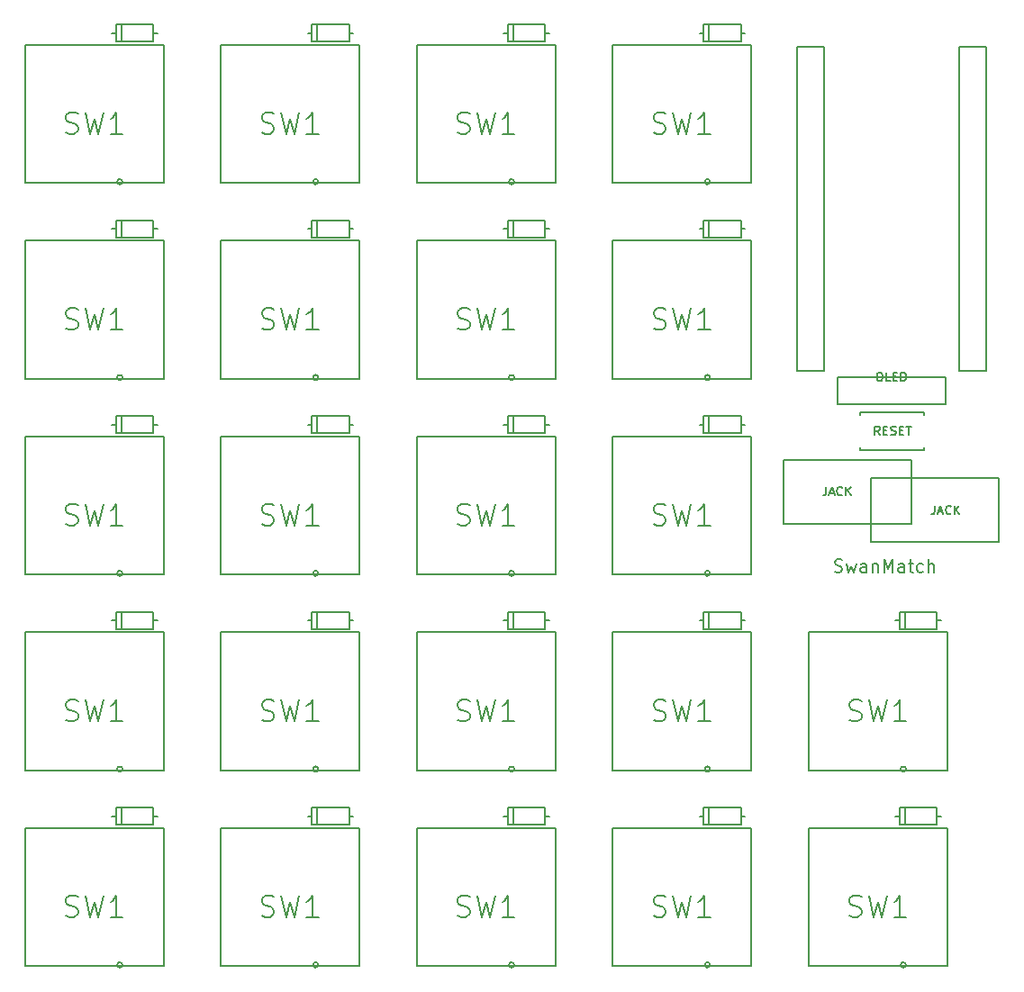
<source format=gto>
G04 #@! TF.FileFunction,Legend,Top*
%FSLAX46Y46*%
G04 Gerber Fmt 4.6, Leading zero omitted, Abs format (unit mm)*
G04 Created by KiCad (PCBNEW 4.0.7-e2-6376~61~ubuntu18.04.1) date Sat Jul 28 03:14:20 2018*
%MOMM*%
%LPD*%
G01*
G04 APERTURE LIST*
%ADD10C,0.150000*%
%ADD11C,0.200000*%
G04 APERTURE END LIST*
D10*
D11*
X160414286Y-97005714D02*
X160585715Y-97062857D01*
X160871429Y-97062857D01*
X160985715Y-97005714D01*
X161042858Y-96948571D01*
X161100001Y-96834286D01*
X161100001Y-96720000D01*
X161042858Y-96605714D01*
X160985715Y-96548571D01*
X160871429Y-96491429D01*
X160642858Y-96434286D01*
X160528572Y-96377143D01*
X160471429Y-96320000D01*
X160414286Y-96205714D01*
X160414286Y-96091429D01*
X160471429Y-95977143D01*
X160528572Y-95920000D01*
X160642858Y-95862857D01*
X160928572Y-95862857D01*
X161100001Y-95920000D01*
X161500001Y-96262857D02*
X161728572Y-97062857D01*
X161957143Y-96491429D01*
X162185715Y-97062857D01*
X162414286Y-96262857D01*
X163385715Y-97062857D02*
X163385715Y-96434286D01*
X163328572Y-96320000D01*
X163214286Y-96262857D01*
X162985715Y-96262857D01*
X162871429Y-96320000D01*
X163385715Y-97005714D02*
X163271429Y-97062857D01*
X162985715Y-97062857D01*
X162871429Y-97005714D01*
X162814286Y-96891429D01*
X162814286Y-96777143D01*
X162871429Y-96662857D01*
X162985715Y-96605714D01*
X163271429Y-96605714D01*
X163385715Y-96548571D01*
X163957143Y-96262857D02*
X163957143Y-97062857D01*
X163957143Y-96377143D02*
X164014286Y-96320000D01*
X164128572Y-96262857D01*
X164300000Y-96262857D01*
X164414286Y-96320000D01*
X164471429Y-96434286D01*
X164471429Y-97062857D01*
X165042857Y-97062857D02*
X165042857Y-95862857D01*
X165442857Y-96720000D01*
X165842857Y-95862857D01*
X165842857Y-97062857D01*
X166928572Y-97062857D02*
X166928572Y-96434286D01*
X166871429Y-96320000D01*
X166757143Y-96262857D01*
X166528572Y-96262857D01*
X166414286Y-96320000D01*
X166928572Y-97005714D02*
X166814286Y-97062857D01*
X166528572Y-97062857D01*
X166414286Y-97005714D01*
X166357143Y-96891429D01*
X166357143Y-96777143D01*
X166414286Y-96662857D01*
X166528572Y-96605714D01*
X166814286Y-96605714D01*
X166928572Y-96548571D01*
X167328572Y-96262857D02*
X167785715Y-96262857D01*
X167500000Y-95862857D02*
X167500000Y-96891429D01*
X167557143Y-97005714D01*
X167671429Y-97062857D01*
X167785715Y-97062857D01*
X168700000Y-97005714D02*
X168585714Y-97062857D01*
X168357143Y-97062857D01*
X168242857Y-97005714D01*
X168185714Y-96948571D01*
X168128571Y-96834286D01*
X168128571Y-96491429D01*
X168185714Y-96377143D01*
X168242857Y-96320000D01*
X168357143Y-96262857D01*
X168585714Y-96262857D01*
X168700000Y-96320000D01*
X169214285Y-97062857D02*
X169214285Y-95862857D01*
X169728571Y-97062857D02*
X169728571Y-96434286D01*
X169671428Y-96320000D01*
X169557142Y-96262857D01*
X169385714Y-96262857D01*
X169271428Y-96320000D01*
X169214285Y-96377143D01*
X170815000Y-78740000D02*
X160655000Y-78740000D01*
X170815000Y-81280000D02*
X170815000Y-78740000D01*
X160655000Y-81280000D02*
X170815000Y-81280000D01*
X160655000Y-78740000D02*
X160655000Y-81280000D01*
X169999200Y-119215000D02*
X169999200Y-120815000D01*
X166499200Y-119215000D02*
X169999200Y-119215000D01*
X166499200Y-120815000D02*
X166499200Y-119215000D01*
X169999200Y-120815000D02*
X166499200Y-120815000D01*
X166999840Y-120815000D02*
X166999840Y-119215000D01*
X169999200Y-120015000D02*
X170399200Y-120015000D01*
X166499200Y-120015000D02*
X166099200Y-120015000D01*
X169999200Y-100800000D02*
X169999200Y-102400000D01*
X166499200Y-100800000D02*
X169999200Y-100800000D01*
X166499200Y-102400000D02*
X166499200Y-100800000D01*
X169999200Y-102400000D02*
X166499200Y-102400000D01*
X166999840Y-102400000D02*
X166999840Y-100800000D01*
X169999200Y-101600000D02*
X170399200Y-101600000D01*
X166499200Y-101600000D02*
X166099200Y-101600000D01*
D10*
X167105000Y-115592500D02*
G75*
G03X167105000Y-115592500I-250000J0D01*
G01*
X157965000Y-102720000D02*
X170965000Y-102720000D01*
X170965000Y-102720000D02*
X170965000Y-115720000D01*
X170965000Y-115720000D02*
X157965000Y-115720000D01*
X157965000Y-115720000D02*
X157965000Y-102720000D01*
X167105000Y-134007500D02*
G75*
G03X167105000Y-134007500I-250000J0D01*
G01*
X157965000Y-121135000D02*
X170965000Y-121135000D01*
X170965000Y-121135000D02*
X170965000Y-134135000D01*
X170965000Y-134135000D02*
X157965000Y-134135000D01*
X157965000Y-134135000D02*
X157965000Y-121135000D01*
D11*
X151584200Y-119215000D02*
X151584200Y-120815000D01*
X148084200Y-119215000D02*
X151584200Y-119215000D01*
X148084200Y-120815000D02*
X148084200Y-119215000D01*
X151584200Y-120815000D02*
X148084200Y-120815000D01*
X148584840Y-120815000D02*
X148584840Y-119215000D01*
X151584200Y-120015000D02*
X151984200Y-120015000D01*
X148084200Y-120015000D02*
X147684200Y-120015000D01*
X133169200Y-119215000D02*
X133169200Y-120815000D01*
X129669200Y-119215000D02*
X133169200Y-119215000D01*
X129669200Y-120815000D02*
X129669200Y-119215000D01*
X133169200Y-120815000D02*
X129669200Y-120815000D01*
X130169840Y-120815000D02*
X130169840Y-119215000D01*
X133169200Y-120015000D02*
X133569200Y-120015000D01*
X129669200Y-120015000D02*
X129269200Y-120015000D01*
X114754200Y-119215000D02*
X114754200Y-120815000D01*
X111254200Y-119215000D02*
X114754200Y-119215000D01*
X111254200Y-120815000D02*
X111254200Y-119215000D01*
X114754200Y-120815000D02*
X111254200Y-120815000D01*
X111754840Y-120815000D02*
X111754840Y-119215000D01*
X114754200Y-120015000D02*
X115154200Y-120015000D01*
X111254200Y-120015000D02*
X110854200Y-120015000D01*
X96339200Y-119215000D02*
X96339200Y-120815000D01*
X92839200Y-119215000D02*
X96339200Y-119215000D01*
X92839200Y-120815000D02*
X92839200Y-119215000D01*
X96339200Y-120815000D02*
X92839200Y-120815000D01*
X93339840Y-120815000D02*
X93339840Y-119215000D01*
X96339200Y-120015000D02*
X96739200Y-120015000D01*
X92839200Y-120015000D02*
X92439200Y-120015000D01*
X151584200Y-100800000D02*
X151584200Y-102400000D01*
X148084200Y-100800000D02*
X151584200Y-100800000D01*
X148084200Y-102400000D02*
X148084200Y-100800000D01*
X151584200Y-102400000D02*
X148084200Y-102400000D01*
X148584840Y-102400000D02*
X148584840Y-100800000D01*
X151584200Y-101600000D02*
X151984200Y-101600000D01*
X148084200Y-101600000D02*
X147684200Y-101600000D01*
X133169200Y-100800000D02*
X133169200Y-102400000D01*
X129669200Y-100800000D02*
X133169200Y-100800000D01*
X129669200Y-102400000D02*
X129669200Y-100800000D01*
X133169200Y-102400000D02*
X129669200Y-102400000D01*
X130169840Y-102400000D02*
X130169840Y-100800000D01*
X133169200Y-101600000D02*
X133569200Y-101600000D01*
X129669200Y-101600000D02*
X129269200Y-101600000D01*
X114754200Y-100800000D02*
X114754200Y-102400000D01*
X111254200Y-100800000D02*
X114754200Y-100800000D01*
X111254200Y-102400000D02*
X111254200Y-100800000D01*
X114754200Y-102400000D02*
X111254200Y-102400000D01*
X111754840Y-102400000D02*
X111754840Y-100800000D01*
X114754200Y-101600000D02*
X115154200Y-101600000D01*
X111254200Y-101600000D02*
X110854200Y-101600000D01*
X96339200Y-100800000D02*
X96339200Y-102400000D01*
X92839200Y-100800000D02*
X96339200Y-100800000D01*
X92839200Y-102400000D02*
X92839200Y-100800000D01*
X96339200Y-102400000D02*
X92839200Y-102400000D01*
X93339840Y-102400000D02*
X93339840Y-100800000D01*
X96339200Y-101600000D02*
X96739200Y-101600000D01*
X92839200Y-101600000D02*
X92439200Y-101600000D01*
X151584200Y-82385000D02*
X151584200Y-83985000D01*
X148084200Y-82385000D02*
X151584200Y-82385000D01*
X148084200Y-83985000D02*
X148084200Y-82385000D01*
X151584200Y-83985000D02*
X148084200Y-83985000D01*
X148584840Y-83985000D02*
X148584840Y-82385000D01*
X151584200Y-83185000D02*
X151984200Y-83185000D01*
X148084200Y-83185000D02*
X147684200Y-83185000D01*
X133169200Y-82385000D02*
X133169200Y-83985000D01*
X129669200Y-82385000D02*
X133169200Y-82385000D01*
X129669200Y-83985000D02*
X129669200Y-82385000D01*
X133169200Y-83985000D02*
X129669200Y-83985000D01*
X130169840Y-83985000D02*
X130169840Y-82385000D01*
X133169200Y-83185000D02*
X133569200Y-83185000D01*
X129669200Y-83185000D02*
X129269200Y-83185000D01*
X114754200Y-82385000D02*
X114754200Y-83985000D01*
X111254200Y-82385000D02*
X114754200Y-82385000D01*
X111254200Y-83985000D02*
X111254200Y-82385000D01*
X114754200Y-83985000D02*
X111254200Y-83985000D01*
X111754840Y-83985000D02*
X111754840Y-82385000D01*
X114754200Y-83185000D02*
X115154200Y-83185000D01*
X111254200Y-83185000D02*
X110854200Y-83185000D01*
X96339200Y-82385000D02*
X96339200Y-83985000D01*
X92839200Y-82385000D02*
X96339200Y-82385000D01*
X92839200Y-83985000D02*
X92839200Y-82385000D01*
X96339200Y-83985000D02*
X92839200Y-83985000D01*
X93339840Y-83985000D02*
X93339840Y-82385000D01*
X96339200Y-83185000D02*
X96739200Y-83185000D01*
X92839200Y-83185000D02*
X92439200Y-83185000D01*
X151584200Y-63970000D02*
X151584200Y-65570000D01*
X148084200Y-63970000D02*
X151584200Y-63970000D01*
X148084200Y-65570000D02*
X148084200Y-63970000D01*
X151584200Y-65570000D02*
X148084200Y-65570000D01*
X148584840Y-65570000D02*
X148584840Y-63970000D01*
X151584200Y-64770000D02*
X151984200Y-64770000D01*
X148084200Y-64770000D02*
X147684200Y-64770000D01*
X133169200Y-63970000D02*
X133169200Y-65570000D01*
X129669200Y-63970000D02*
X133169200Y-63970000D01*
X129669200Y-65570000D02*
X129669200Y-63970000D01*
X133169200Y-65570000D02*
X129669200Y-65570000D01*
X130169840Y-65570000D02*
X130169840Y-63970000D01*
X133169200Y-64770000D02*
X133569200Y-64770000D01*
X129669200Y-64770000D02*
X129269200Y-64770000D01*
X114754200Y-63970000D02*
X114754200Y-65570000D01*
X111254200Y-63970000D02*
X114754200Y-63970000D01*
X111254200Y-65570000D02*
X111254200Y-63970000D01*
X114754200Y-65570000D02*
X111254200Y-65570000D01*
X111754840Y-65570000D02*
X111754840Y-63970000D01*
X114754200Y-64770000D02*
X115154200Y-64770000D01*
X111254200Y-64770000D02*
X110854200Y-64770000D01*
X96339200Y-63970000D02*
X96339200Y-65570000D01*
X92839200Y-63970000D02*
X96339200Y-63970000D01*
X92839200Y-65570000D02*
X92839200Y-63970000D01*
X96339200Y-65570000D02*
X92839200Y-65570000D01*
X93339840Y-65570000D02*
X93339840Y-63970000D01*
X96339200Y-64770000D02*
X96739200Y-64770000D01*
X92839200Y-64770000D02*
X92439200Y-64770000D01*
X151584200Y-45555000D02*
X151584200Y-47155000D01*
X148084200Y-45555000D02*
X151584200Y-45555000D01*
X148084200Y-47155000D02*
X148084200Y-45555000D01*
X151584200Y-47155000D02*
X148084200Y-47155000D01*
X148584840Y-47155000D02*
X148584840Y-45555000D01*
X151584200Y-46355000D02*
X151984200Y-46355000D01*
X148084200Y-46355000D02*
X147684200Y-46355000D01*
X133169200Y-45555000D02*
X133169200Y-47155000D01*
X129669200Y-45555000D02*
X133169200Y-45555000D01*
X129669200Y-47155000D02*
X129669200Y-45555000D01*
X133169200Y-47155000D02*
X129669200Y-47155000D01*
X130169840Y-47155000D02*
X130169840Y-45555000D01*
X133169200Y-46355000D02*
X133569200Y-46355000D01*
X129669200Y-46355000D02*
X129269200Y-46355000D01*
X114754200Y-45555000D02*
X114754200Y-47155000D01*
X111254200Y-45555000D02*
X114754200Y-45555000D01*
X111254200Y-47155000D02*
X111254200Y-45555000D01*
X114754200Y-47155000D02*
X111254200Y-47155000D01*
X111754840Y-47155000D02*
X111754840Y-45555000D01*
X114754200Y-46355000D02*
X115154200Y-46355000D01*
X111254200Y-46355000D02*
X110854200Y-46355000D01*
D10*
X148690000Y-134007500D02*
G75*
G03X148690000Y-134007500I-250000J0D01*
G01*
X130275000Y-134007500D02*
G75*
G03X130275000Y-134007500I-250000J0D01*
G01*
X111860000Y-134007500D02*
G75*
G03X111860000Y-134007500I-250000J0D01*
G01*
X93445000Y-134007500D02*
G75*
G03X93445000Y-134007500I-250000J0D01*
G01*
X148690000Y-115592500D02*
G75*
G03X148690000Y-115592500I-250000J0D01*
G01*
X130275000Y-115592500D02*
G75*
G03X130275000Y-115592500I-250000J0D01*
G01*
X111860000Y-115592500D02*
G75*
G03X111860000Y-115592500I-250000J0D01*
G01*
X93445000Y-115592500D02*
G75*
G03X93445000Y-115592500I-250000J0D01*
G01*
X148690000Y-97177500D02*
G75*
G03X148690000Y-97177500I-250000J0D01*
G01*
X130275000Y-97177500D02*
G75*
G03X130275000Y-97177500I-250000J0D01*
G01*
X111860000Y-97177500D02*
G75*
G03X111860000Y-97177500I-250000J0D01*
G01*
X93445000Y-97177500D02*
G75*
G03X93445000Y-97177500I-250000J0D01*
G01*
X148690000Y-78762500D02*
G75*
G03X148690000Y-78762500I-250000J0D01*
G01*
X130275000Y-78762500D02*
G75*
G03X130275000Y-78762500I-250000J0D01*
G01*
X111860000Y-78762500D02*
G75*
G03X111860000Y-78762500I-250000J0D01*
G01*
X93445000Y-78762500D02*
G75*
G03X93445000Y-78762500I-250000J0D01*
G01*
X148690000Y-60347500D02*
G75*
G03X148690000Y-60347500I-250000J0D01*
G01*
X130275000Y-60347500D02*
G75*
G03X130275000Y-60347500I-250000J0D01*
G01*
X111860000Y-60347500D02*
G75*
G03X111860000Y-60347500I-250000J0D01*
G01*
X139550000Y-121135000D02*
X152550000Y-121135000D01*
X152550000Y-121135000D02*
X152550000Y-134135000D01*
X152550000Y-134135000D02*
X139550000Y-134135000D01*
X139550000Y-134135000D02*
X139550000Y-121135000D01*
X121135000Y-121135000D02*
X134135000Y-121135000D01*
X134135000Y-121135000D02*
X134135000Y-134135000D01*
X134135000Y-134135000D02*
X121135000Y-134135000D01*
X121135000Y-134135000D02*
X121135000Y-121135000D01*
X102720000Y-121135000D02*
X115720000Y-121135000D01*
X115720000Y-121135000D02*
X115720000Y-134135000D01*
X115720000Y-134135000D02*
X102720000Y-134135000D01*
X102720000Y-134135000D02*
X102720000Y-121135000D01*
X84305000Y-121135000D02*
X97305000Y-121135000D01*
X97305000Y-121135000D02*
X97305000Y-134135000D01*
X97305000Y-134135000D02*
X84305000Y-134135000D01*
X84305000Y-134135000D02*
X84305000Y-121135000D01*
X139550000Y-102720000D02*
X152550000Y-102720000D01*
X152550000Y-102720000D02*
X152550000Y-115720000D01*
X152550000Y-115720000D02*
X139550000Y-115720000D01*
X139550000Y-115720000D02*
X139550000Y-102720000D01*
X121135000Y-102720000D02*
X134135000Y-102720000D01*
X134135000Y-102720000D02*
X134135000Y-115720000D01*
X134135000Y-115720000D02*
X121135000Y-115720000D01*
X121135000Y-115720000D02*
X121135000Y-102720000D01*
X102720000Y-102720000D02*
X115720000Y-102720000D01*
X115720000Y-102720000D02*
X115720000Y-115720000D01*
X115720000Y-115720000D02*
X102720000Y-115720000D01*
X102720000Y-115720000D02*
X102720000Y-102720000D01*
X84305000Y-102720000D02*
X97305000Y-102720000D01*
X97305000Y-102720000D02*
X97305000Y-115720000D01*
X97305000Y-115720000D02*
X84305000Y-115720000D01*
X84305000Y-115720000D02*
X84305000Y-102720000D01*
X139550000Y-84305000D02*
X152550000Y-84305000D01*
X152550000Y-84305000D02*
X152550000Y-97305000D01*
X152550000Y-97305000D02*
X139550000Y-97305000D01*
X139550000Y-97305000D02*
X139550000Y-84305000D01*
X121135000Y-84305000D02*
X134135000Y-84305000D01*
X134135000Y-84305000D02*
X134135000Y-97305000D01*
X134135000Y-97305000D02*
X121135000Y-97305000D01*
X121135000Y-97305000D02*
X121135000Y-84305000D01*
X102720000Y-84305000D02*
X115720000Y-84305000D01*
X115720000Y-84305000D02*
X115720000Y-97305000D01*
X115720000Y-97305000D02*
X102720000Y-97305000D01*
X102720000Y-97305000D02*
X102720000Y-84305000D01*
X84305000Y-84305000D02*
X97305000Y-84305000D01*
X97305000Y-84305000D02*
X97305000Y-97305000D01*
X97305000Y-97305000D02*
X84305000Y-97305000D01*
X84305000Y-97305000D02*
X84305000Y-84305000D01*
X139550000Y-65890000D02*
X152550000Y-65890000D01*
X152550000Y-65890000D02*
X152550000Y-78890000D01*
X152550000Y-78890000D02*
X139550000Y-78890000D01*
X139550000Y-78890000D02*
X139550000Y-65890000D01*
X121135000Y-65890000D02*
X134135000Y-65890000D01*
X134135000Y-65890000D02*
X134135000Y-78890000D01*
X134135000Y-78890000D02*
X121135000Y-78890000D01*
X121135000Y-78890000D02*
X121135000Y-65890000D01*
X102720000Y-65890000D02*
X115720000Y-65890000D01*
X115720000Y-65890000D02*
X115720000Y-78890000D01*
X115720000Y-78890000D02*
X102720000Y-78890000D01*
X102720000Y-78890000D02*
X102720000Y-65890000D01*
X84305000Y-65890000D02*
X97305000Y-65890000D01*
X97305000Y-65890000D02*
X97305000Y-78890000D01*
X97305000Y-78890000D02*
X84305000Y-78890000D01*
X84305000Y-78890000D02*
X84305000Y-65890000D01*
X139550000Y-47475000D02*
X152550000Y-47475000D01*
X152550000Y-47475000D02*
X152550000Y-60475000D01*
X152550000Y-60475000D02*
X139550000Y-60475000D01*
X139550000Y-60475000D02*
X139550000Y-47475000D01*
X121135000Y-47475000D02*
X134135000Y-47475000D01*
X134135000Y-47475000D02*
X134135000Y-60475000D01*
X134135000Y-60475000D02*
X121135000Y-60475000D01*
X121135000Y-60475000D02*
X121135000Y-47475000D01*
X102720000Y-47475000D02*
X115720000Y-47475000D01*
X115720000Y-47475000D02*
X115720000Y-60475000D01*
X115720000Y-60475000D02*
X102720000Y-60475000D01*
X102720000Y-60475000D02*
X102720000Y-47475000D01*
X155625000Y-92495000D02*
X155625000Y-86495000D01*
X155625000Y-86495000D02*
X167625000Y-86495000D01*
X167625000Y-86495000D02*
X167625000Y-92495000D01*
X167625000Y-92495000D02*
X155625000Y-92495000D01*
X160655000Y-81280000D02*
X170815000Y-81280000D01*
X160655000Y-78740000D02*
X170815000Y-78740000D01*
X170815000Y-78740000D02*
X170815000Y-81280000D01*
X160655000Y-81280000D02*
X160655000Y-78740000D01*
X159385000Y-47625000D02*
X156845000Y-47625000D01*
X156845000Y-47625000D02*
X156845000Y-78105000D01*
X156845000Y-78105000D02*
X159385000Y-78105000D01*
X159385000Y-78105000D02*
X159385000Y-47625000D01*
X174625000Y-47625000D02*
X172085000Y-47625000D01*
X172085000Y-47625000D02*
X172085000Y-78105000D01*
X172085000Y-78105000D02*
X174625000Y-78105000D01*
X174625000Y-78105000D02*
X174625000Y-47625000D01*
X175845000Y-88245000D02*
X175845000Y-94245000D01*
X175845000Y-94245000D02*
X163845000Y-94245000D01*
X163845000Y-94245000D02*
X163845000Y-88245000D01*
X163845000Y-88245000D02*
X175845000Y-88245000D01*
X162810000Y-85570000D02*
X168810000Y-85570000D01*
X168810000Y-85570000D02*
X168810000Y-85320000D01*
X162810000Y-85570000D02*
X162810000Y-85320000D01*
X162810000Y-82070000D02*
X162810000Y-82320000D01*
X162810000Y-82070000D02*
X168810000Y-82070000D01*
X168810000Y-82070000D02*
X168810000Y-82320000D01*
X84305000Y-47475000D02*
X97305000Y-47475000D01*
X97305000Y-47475000D02*
X97305000Y-60475000D01*
X97305000Y-60475000D02*
X84305000Y-60475000D01*
X84305000Y-60475000D02*
X84305000Y-47475000D01*
D11*
X96339200Y-45555000D02*
X96339200Y-47155000D01*
X92839200Y-45555000D02*
X96339200Y-45555000D01*
X92839200Y-47155000D02*
X92839200Y-45555000D01*
X96339200Y-47155000D02*
X92839200Y-47155000D01*
X93339840Y-47155000D02*
X93339840Y-45555000D01*
X96339200Y-46355000D02*
X96739200Y-46355000D01*
X92839200Y-46355000D02*
X92439200Y-46355000D01*
D10*
X93445000Y-60347500D02*
G75*
G03X93445000Y-60347500I-250000J0D01*
G01*
D11*
X161798333Y-110982024D02*
X162084048Y-111077262D01*
X162560238Y-111077262D01*
X162750714Y-110982024D01*
X162845952Y-110886786D01*
X162941191Y-110696310D01*
X162941191Y-110505833D01*
X162845952Y-110315357D01*
X162750714Y-110220119D01*
X162560238Y-110124881D01*
X162179286Y-110029643D01*
X161988810Y-109934405D01*
X161893571Y-109839167D01*
X161798333Y-109648690D01*
X161798333Y-109458214D01*
X161893571Y-109267738D01*
X161988810Y-109172500D01*
X162179286Y-109077262D01*
X162655476Y-109077262D01*
X162941191Y-109172500D01*
X163607857Y-109077262D02*
X164084048Y-111077262D01*
X164465000Y-109648690D01*
X164845953Y-111077262D01*
X165322143Y-109077262D01*
X167131667Y-111077262D02*
X165988809Y-111077262D01*
X166560238Y-111077262D02*
X166560238Y-109077262D01*
X166369762Y-109362976D01*
X166179286Y-109553452D01*
X165988809Y-109648690D01*
X161798333Y-129397024D02*
X162084048Y-129492262D01*
X162560238Y-129492262D01*
X162750714Y-129397024D01*
X162845952Y-129301786D01*
X162941191Y-129111310D01*
X162941191Y-128920833D01*
X162845952Y-128730357D01*
X162750714Y-128635119D01*
X162560238Y-128539881D01*
X162179286Y-128444643D01*
X161988810Y-128349405D01*
X161893571Y-128254167D01*
X161798333Y-128063690D01*
X161798333Y-127873214D01*
X161893571Y-127682738D01*
X161988810Y-127587500D01*
X162179286Y-127492262D01*
X162655476Y-127492262D01*
X162941191Y-127587500D01*
X163607857Y-127492262D02*
X164084048Y-129492262D01*
X164465000Y-128063690D01*
X164845953Y-129492262D01*
X165322143Y-127492262D01*
X167131667Y-129492262D02*
X165988809Y-129492262D01*
X166560238Y-129492262D02*
X166560238Y-127492262D01*
X166369762Y-127777976D01*
X166179286Y-127968452D01*
X165988809Y-128063690D01*
X143383333Y-129397024D02*
X143669048Y-129492262D01*
X144145238Y-129492262D01*
X144335714Y-129397024D01*
X144430952Y-129301786D01*
X144526191Y-129111310D01*
X144526191Y-128920833D01*
X144430952Y-128730357D01*
X144335714Y-128635119D01*
X144145238Y-128539881D01*
X143764286Y-128444643D01*
X143573810Y-128349405D01*
X143478571Y-128254167D01*
X143383333Y-128063690D01*
X143383333Y-127873214D01*
X143478571Y-127682738D01*
X143573810Y-127587500D01*
X143764286Y-127492262D01*
X144240476Y-127492262D01*
X144526191Y-127587500D01*
X145192857Y-127492262D02*
X145669048Y-129492262D01*
X146050000Y-128063690D01*
X146430953Y-129492262D01*
X146907143Y-127492262D01*
X148716667Y-129492262D02*
X147573809Y-129492262D01*
X148145238Y-129492262D02*
X148145238Y-127492262D01*
X147954762Y-127777976D01*
X147764286Y-127968452D01*
X147573809Y-128063690D01*
X124968333Y-129397024D02*
X125254048Y-129492262D01*
X125730238Y-129492262D01*
X125920714Y-129397024D01*
X126015952Y-129301786D01*
X126111191Y-129111310D01*
X126111191Y-128920833D01*
X126015952Y-128730357D01*
X125920714Y-128635119D01*
X125730238Y-128539881D01*
X125349286Y-128444643D01*
X125158810Y-128349405D01*
X125063571Y-128254167D01*
X124968333Y-128063690D01*
X124968333Y-127873214D01*
X125063571Y-127682738D01*
X125158810Y-127587500D01*
X125349286Y-127492262D01*
X125825476Y-127492262D01*
X126111191Y-127587500D01*
X126777857Y-127492262D02*
X127254048Y-129492262D01*
X127635000Y-128063690D01*
X128015953Y-129492262D01*
X128492143Y-127492262D01*
X130301667Y-129492262D02*
X129158809Y-129492262D01*
X129730238Y-129492262D02*
X129730238Y-127492262D01*
X129539762Y-127777976D01*
X129349286Y-127968452D01*
X129158809Y-128063690D01*
X106553333Y-129397024D02*
X106839048Y-129492262D01*
X107315238Y-129492262D01*
X107505714Y-129397024D01*
X107600952Y-129301786D01*
X107696191Y-129111310D01*
X107696191Y-128920833D01*
X107600952Y-128730357D01*
X107505714Y-128635119D01*
X107315238Y-128539881D01*
X106934286Y-128444643D01*
X106743810Y-128349405D01*
X106648571Y-128254167D01*
X106553333Y-128063690D01*
X106553333Y-127873214D01*
X106648571Y-127682738D01*
X106743810Y-127587500D01*
X106934286Y-127492262D01*
X107410476Y-127492262D01*
X107696191Y-127587500D01*
X108362857Y-127492262D02*
X108839048Y-129492262D01*
X109220000Y-128063690D01*
X109600953Y-129492262D01*
X110077143Y-127492262D01*
X111886667Y-129492262D02*
X110743809Y-129492262D01*
X111315238Y-129492262D02*
X111315238Y-127492262D01*
X111124762Y-127777976D01*
X110934286Y-127968452D01*
X110743809Y-128063690D01*
X88138333Y-129397024D02*
X88424048Y-129492262D01*
X88900238Y-129492262D01*
X89090714Y-129397024D01*
X89185952Y-129301786D01*
X89281191Y-129111310D01*
X89281191Y-128920833D01*
X89185952Y-128730357D01*
X89090714Y-128635119D01*
X88900238Y-128539881D01*
X88519286Y-128444643D01*
X88328810Y-128349405D01*
X88233571Y-128254167D01*
X88138333Y-128063690D01*
X88138333Y-127873214D01*
X88233571Y-127682738D01*
X88328810Y-127587500D01*
X88519286Y-127492262D01*
X88995476Y-127492262D01*
X89281191Y-127587500D01*
X89947857Y-127492262D02*
X90424048Y-129492262D01*
X90805000Y-128063690D01*
X91185953Y-129492262D01*
X91662143Y-127492262D01*
X93471667Y-129492262D02*
X92328809Y-129492262D01*
X92900238Y-129492262D02*
X92900238Y-127492262D01*
X92709762Y-127777976D01*
X92519286Y-127968452D01*
X92328809Y-128063690D01*
X143383333Y-110982024D02*
X143669048Y-111077262D01*
X144145238Y-111077262D01*
X144335714Y-110982024D01*
X144430952Y-110886786D01*
X144526191Y-110696310D01*
X144526191Y-110505833D01*
X144430952Y-110315357D01*
X144335714Y-110220119D01*
X144145238Y-110124881D01*
X143764286Y-110029643D01*
X143573810Y-109934405D01*
X143478571Y-109839167D01*
X143383333Y-109648690D01*
X143383333Y-109458214D01*
X143478571Y-109267738D01*
X143573810Y-109172500D01*
X143764286Y-109077262D01*
X144240476Y-109077262D01*
X144526191Y-109172500D01*
X145192857Y-109077262D02*
X145669048Y-111077262D01*
X146050000Y-109648690D01*
X146430953Y-111077262D01*
X146907143Y-109077262D01*
X148716667Y-111077262D02*
X147573809Y-111077262D01*
X148145238Y-111077262D02*
X148145238Y-109077262D01*
X147954762Y-109362976D01*
X147764286Y-109553452D01*
X147573809Y-109648690D01*
X124968333Y-110982024D02*
X125254048Y-111077262D01*
X125730238Y-111077262D01*
X125920714Y-110982024D01*
X126015952Y-110886786D01*
X126111191Y-110696310D01*
X126111191Y-110505833D01*
X126015952Y-110315357D01*
X125920714Y-110220119D01*
X125730238Y-110124881D01*
X125349286Y-110029643D01*
X125158810Y-109934405D01*
X125063571Y-109839167D01*
X124968333Y-109648690D01*
X124968333Y-109458214D01*
X125063571Y-109267738D01*
X125158810Y-109172500D01*
X125349286Y-109077262D01*
X125825476Y-109077262D01*
X126111191Y-109172500D01*
X126777857Y-109077262D02*
X127254048Y-111077262D01*
X127635000Y-109648690D01*
X128015953Y-111077262D01*
X128492143Y-109077262D01*
X130301667Y-111077262D02*
X129158809Y-111077262D01*
X129730238Y-111077262D02*
X129730238Y-109077262D01*
X129539762Y-109362976D01*
X129349286Y-109553452D01*
X129158809Y-109648690D01*
X106553333Y-110982024D02*
X106839048Y-111077262D01*
X107315238Y-111077262D01*
X107505714Y-110982024D01*
X107600952Y-110886786D01*
X107696191Y-110696310D01*
X107696191Y-110505833D01*
X107600952Y-110315357D01*
X107505714Y-110220119D01*
X107315238Y-110124881D01*
X106934286Y-110029643D01*
X106743810Y-109934405D01*
X106648571Y-109839167D01*
X106553333Y-109648690D01*
X106553333Y-109458214D01*
X106648571Y-109267738D01*
X106743810Y-109172500D01*
X106934286Y-109077262D01*
X107410476Y-109077262D01*
X107696191Y-109172500D01*
X108362857Y-109077262D02*
X108839048Y-111077262D01*
X109220000Y-109648690D01*
X109600953Y-111077262D01*
X110077143Y-109077262D01*
X111886667Y-111077262D02*
X110743809Y-111077262D01*
X111315238Y-111077262D02*
X111315238Y-109077262D01*
X111124762Y-109362976D01*
X110934286Y-109553452D01*
X110743809Y-109648690D01*
X88138333Y-110982024D02*
X88424048Y-111077262D01*
X88900238Y-111077262D01*
X89090714Y-110982024D01*
X89185952Y-110886786D01*
X89281191Y-110696310D01*
X89281191Y-110505833D01*
X89185952Y-110315357D01*
X89090714Y-110220119D01*
X88900238Y-110124881D01*
X88519286Y-110029643D01*
X88328810Y-109934405D01*
X88233571Y-109839167D01*
X88138333Y-109648690D01*
X88138333Y-109458214D01*
X88233571Y-109267738D01*
X88328810Y-109172500D01*
X88519286Y-109077262D01*
X88995476Y-109077262D01*
X89281191Y-109172500D01*
X89947857Y-109077262D02*
X90424048Y-111077262D01*
X90805000Y-109648690D01*
X91185953Y-111077262D01*
X91662143Y-109077262D01*
X93471667Y-111077262D02*
X92328809Y-111077262D01*
X92900238Y-111077262D02*
X92900238Y-109077262D01*
X92709762Y-109362976D01*
X92519286Y-109553452D01*
X92328809Y-109648690D01*
X143383333Y-92567024D02*
X143669048Y-92662262D01*
X144145238Y-92662262D01*
X144335714Y-92567024D01*
X144430952Y-92471786D01*
X144526191Y-92281310D01*
X144526191Y-92090833D01*
X144430952Y-91900357D01*
X144335714Y-91805119D01*
X144145238Y-91709881D01*
X143764286Y-91614643D01*
X143573810Y-91519405D01*
X143478571Y-91424167D01*
X143383333Y-91233690D01*
X143383333Y-91043214D01*
X143478571Y-90852738D01*
X143573810Y-90757500D01*
X143764286Y-90662262D01*
X144240476Y-90662262D01*
X144526191Y-90757500D01*
X145192857Y-90662262D02*
X145669048Y-92662262D01*
X146050000Y-91233690D01*
X146430953Y-92662262D01*
X146907143Y-90662262D01*
X148716667Y-92662262D02*
X147573809Y-92662262D01*
X148145238Y-92662262D02*
X148145238Y-90662262D01*
X147954762Y-90947976D01*
X147764286Y-91138452D01*
X147573809Y-91233690D01*
X124968333Y-92567024D02*
X125254048Y-92662262D01*
X125730238Y-92662262D01*
X125920714Y-92567024D01*
X126015952Y-92471786D01*
X126111191Y-92281310D01*
X126111191Y-92090833D01*
X126015952Y-91900357D01*
X125920714Y-91805119D01*
X125730238Y-91709881D01*
X125349286Y-91614643D01*
X125158810Y-91519405D01*
X125063571Y-91424167D01*
X124968333Y-91233690D01*
X124968333Y-91043214D01*
X125063571Y-90852738D01*
X125158810Y-90757500D01*
X125349286Y-90662262D01*
X125825476Y-90662262D01*
X126111191Y-90757500D01*
X126777857Y-90662262D02*
X127254048Y-92662262D01*
X127635000Y-91233690D01*
X128015953Y-92662262D01*
X128492143Y-90662262D01*
X130301667Y-92662262D02*
X129158809Y-92662262D01*
X129730238Y-92662262D02*
X129730238Y-90662262D01*
X129539762Y-90947976D01*
X129349286Y-91138452D01*
X129158809Y-91233690D01*
X106553333Y-92567024D02*
X106839048Y-92662262D01*
X107315238Y-92662262D01*
X107505714Y-92567024D01*
X107600952Y-92471786D01*
X107696191Y-92281310D01*
X107696191Y-92090833D01*
X107600952Y-91900357D01*
X107505714Y-91805119D01*
X107315238Y-91709881D01*
X106934286Y-91614643D01*
X106743810Y-91519405D01*
X106648571Y-91424167D01*
X106553333Y-91233690D01*
X106553333Y-91043214D01*
X106648571Y-90852738D01*
X106743810Y-90757500D01*
X106934286Y-90662262D01*
X107410476Y-90662262D01*
X107696191Y-90757500D01*
X108362857Y-90662262D02*
X108839048Y-92662262D01*
X109220000Y-91233690D01*
X109600953Y-92662262D01*
X110077143Y-90662262D01*
X111886667Y-92662262D02*
X110743809Y-92662262D01*
X111315238Y-92662262D02*
X111315238Y-90662262D01*
X111124762Y-90947976D01*
X110934286Y-91138452D01*
X110743809Y-91233690D01*
X88138333Y-92567024D02*
X88424048Y-92662262D01*
X88900238Y-92662262D01*
X89090714Y-92567024D01*
X89185952Y-92471786D01*
X89281191Y-92281310D01*
X89281191Y-92090833D01*
X89185952Y-91900357D01*
X89090714Y-91805119D01*
X88900238Y-91709881D01*
X88519286Y-91614643D01*
X88328810Y-91519405D01*
X88233571Y-91424167D01*
X88138333Y-91233690D01*
X88138333Y-91043214D01*
X88233571Y-90852738D01*
X88328810Y-90757500D01*
X88519286Y-90662262D01*
X88995476Y-90662262D01*
X89281191Y-90757500D01*
X89947857Y-90662262D02*
X90424048Y-92662262D01*
X90805000Y-91233690D01*
X91185953Y-92662262D01*
X91662143Y-90662262D01*
X93471667Y-92662262D02*
X92328809Y-92662262D01*
X92900238Y-92662262D02*
X92900238Y-90662262D01*
X92709762Y-90947976D01*
X92519286Y-91138452D01*
X92328809Y-91233690D01*
X143383333Y-74152024D02*
X143669048Y-74247262D01*
X144145238Y-74247262D01*
X144335714Y-74152024D01*
X144430952Y-74056786D01*
X144526191Y-73866310D01*
X144526191Y-73675833D01*
X144430952Y-73485357D01*
X144335714Y-73390119D01*
X144145238Y-73294881D01*
X143764286Y-73199643D01*
X143573810Y-73104405D01*
X143478571Y-73009167D01*
X143383333Y-72818690D01*
X143383333Y-72628214D01*
X143478571Y-72437738D01*
X143573810Y-72342500D01*
X143764286Y-72247262D01*
X144240476Y-72247262D01*
X144526191Y-72342500D01*
X145192857Y-72247262D02*
X145669048Y-74247262D01*
X146050000Y-72818690D01*
X146430953Y-74247262D01*
X146907143Y-72247262D01*
X148716667Y-74247262D02*
X147573809Y-74247262D01*
X148145238Y-74247262D02*
X148145238Y-72247262D01*
X147954762Y-72532976D01*
X147764286Y-72723452D01*
X147573809Y-72818690D01*
X124968333Y-74152024D02*
X125254048Y-74247262D01*
X125730238Y-74247262D01*
X125920714Y-74152024D01*
X126015952Y-74056786D01*
X126111191Y-73866310D01*
X126111191Y-73675833D01*
X126015952Y-73485357D01*
X125920714Y-73390119D01*
X125730238Y-73294881D01*
X125349286Y-73199643D01*
X125158810Y-73104405D01*
X125063571Y-73009167D01*
X124968333Y-72818690D01*
X124968333Y-72628214D01*
X125063571Y-72437738D01*
X125158810Y-72342500D01*
X125349286Y-72247262D01*
X125825476Y-72247262D01*
X126111191Y-72342500D01*
X126777857Y-72247262D02*
X127254048Y-74247262D01*
X127635000Y-72818690D01*
X128015953Y-74247262D01*
X128492143Y-72247262D01*
X130301667Y-74247262D02*
X129158809Y-74247262D01*
X129730238Y-74247262D02*
X129730238Y-72247262D01*
X129539762Y-72532976D01*
X129349286Y-72723452D01*
X129158809Y-72818690D01*
X106553333Y-74152024D02*
X106839048Y-74247262D01*
X107315238Y-74247262D01*
X107505714Y-74152024D01*
X107600952Y-74056786D01*
X107696191Y-73866310D01*
X107696191Y-73675833D01*
X107600952Y-73485357D01*
X107505714Y-73390119D01*
X107315238Y-73294881D01*
X106934286Y-73199643D01*
X106743810Y-73104405D01*
X106648571Y-73009167D01*
X106553333Y-72818690D01*
X106553333Y-72628214D01*
X106648571Y-72437738D01*
X106743810Y-72342500D01*
X106934286Y-72247262D01*
X107410476Y-72247262D01*
X107696191Y-72342500D01*
X108362857Y-72247262D02*
X108839048Y-74247262D01*
X109220000Y-72818690D01*
X109600953Y-74247262D01*
X110077143Y-72247262D01*
X111886667Y-74247262D02*
X110743809Y-74247262D01*
X111315238Y-74247262D02*
X111315238Y-72247262D01*
X111124762Y-72532976D01*
X110934286Y-72723452D01*
X110743809Y-72818690D01*
X88138333Y-74152024D02*
X88424048Y-74247262D01*
X88900238Y-74247262D01*
X89090714Y-74152024D01*
X89185952Y-74056786D01*
X89281191Y-73866310D01*
X89281191Y-73675833D01*
X89185952Y-73485357D01*
X89090714Y-73390119D01*
X88900238Y-73294881D01*
X88519286Y-73199643D01*
X88328810Y-73104405D01*
X88233571Y-73009167D01*
X88138333Y-72818690D01*
X88138333Y-72628214D01*
X88233571Y-72437738D01*
X88328810Y-72342500D01*
X88519286Y-72247262D01*
X88995476Y-72247262D01*
X89281191Y-72342500D01*
X89947857Y-72247262D02*
X90424048Y-74247262D01*
X90805000Y-72818690D01*
X91185953Y-74247262D01*
X91662143Y-72247262D01*
X93471667Y-74247262D02*
X92328809Y-74247262D01*
X92900238Y-74247262D02*
X92900238Y-72247262D01*
X92709762Y-72532976D01*
X92519286Y-72723452D01*
X92328809Y-72818690D01*
X143383333Y-55737024D02*
X143669048Y-55832262D01*
X144145238Y-55832262D01*
X144335714Y-55737024D01*
X144430952Y-55641786D01*
X144526191Y-55451310D01*
X144526191Y-55260833D01*
X144430952Y-55070357D01*
X144335714Y-54975119D01*
X144145238Y-54879881D01*
X143764286Y-54784643D01*
X143573810Y-54689405D01*
X143478571Y-54594167D01*
X143383333Y-54403690D01*
X143383333Y-54213214D01*
X143478571Y-54022738D01*
X143573810Y-53927500D01*
X143764286Y-53832262D01*
X144240476Y-53832262D01*
X144526191Y-53927500D01*
X145192857Y-53832262D02*
X145669048Y-55832262D01*
X146050000Y-54403690D01*
X146430953Y-55832262D01*
X146907143Y-53832262D01*
X148716667Y-55832262D02*
X147573809Y-55832262D01*
X148145238Y-55832262D02*
X148145238Y-53832262D01*
X147954762Y-54117976D01*
X147764286Y-54308452D01*
X147573809Y-54403690D01*
X124968333Y-55737024D02*
X125254048Y-55832262D01*
X125730238Y-55832262D01*
X125920714Y-55737024D01*
X126015952Y-55641786D01*
X126111191Y-55451310D01*
X126111191Y-55260833D01*
X126015952Y-55070357D01*
X125920714Y-54975119D01*
X125730238Y-54879881D01*
X125349286Y-54784643D01*
X125158810Y-54689405D01*
X125063571Y-54594167D01*
X124968333Y-54403690D01*
X124968333Y-54213214D01*
X125063571Y-54022738D01*
X125158810Y-53927500D01*
X125349286Y-53832262D01*
X125825476Y-53832262D01*
X126111191Y-53927500D01*
X126777857Y-53832262D02*
X127254048Y-55832262D01*
X127635000Y-54403690D01*
X128015953Y-55832262D01*
X128492143Y-53832262D01*
X130301667Y-55832262D02*
X129158809Y-55832262D01*
X129730238Y-55832262D02*
X129730238Y-53832262D01*
X129539762Y-54117976D01*
X129349286Y-54308452D01*
X129158809Y-54403690D01*
X106553333Y-55737024D02*
X106839048Y-55832262D01*
X107315238Y-55832262D01*
X107505714Y-55737024D01*
X107600952Y-55641786D01*
X107696191Y-55451310D01*
X107696191Y-55260833D01*
X107600952Y-55070357D01*
X107505714Y-54975119D01*
X107315238Y-54879881D01*
X106934286Y-54784643D01*
X106743810Y-54689405D01*
X106648571Y-54594167D01*
X106553333Y-54403690D01*
X106553333Y-54213214D01*
X106648571Y-54022738D01*
X106743810Y-53927500D01*
X106934286Y-53832262D01*
X107410476Y-53832262D01*
X107696191Y-53927500D01*
X108362857Y-53832262D02*
X108839048Y-55832262D01*
X109220000Y-54403690D01*
X109600953Y-55832262D01*
X110077143Y-53832262D01*
X111886667Y-55832262D02*
X110743809Y-55832262D01*
X111315238Y-55832262D02*
X111315238Y-53832262D01*
X111124762Y-54117976D01*
X110934286Y-54308452D01*
X110743809Y-54403690D01*
D10*
X159596429Y-89056905D02*
X159596429Y-89628333D01*
X159558333Y-89742619D01*
X159482143Y-89818810D01*
X159367857Y-89856905D01*
X159291667Y-89856905D01*
X159939286Y-89628333D02*
X160320238Y-89628333D01*
X159863095Y-89856905D02*
X160129762Y-89056905D01*
X160396429Y-89856905D01*
X161120238Y-89780714D02*
X161082143Y-89818810D01*
X160967857Y-89856905D01*
X160891667Y-89856905D01*
X160777381Y-89818810D01*
X160701190Y-89742619D01*
X160663095Y-89666429D01*
X160625000Y-89514048D01*
X160625000Y-89399762D01*
X160663095Y-89247381D01*
X160701190Y-89171190D01*
X160777381Y-89095000D01*
X160891667Y-89056905D01*
X160967857Y-89056905D01*
X161082143Y-89095000D01*
X161120238Y-89133095D01*
X161463095Y-89856905D02*
X161463095Y-89056905D01*
X161920238Y-89856905D02*
X161577381Y-89399762D01*
X161920238Y-89056905D02*
X161463095Y-89514048D01*
X164554505Y-78294895D02*
X164709324Y-78294895D01*
X164786733Y-78333600D01*
X164864143Y-78411010D01*
X164902848Y-78565829D01*
X164902848Y-78836762D01*
X164864143Y-78991581D01*
X164786733Y-79068990D01*
X164709324Y-79107695D01*
X164554505Y-79107695D01*
X164477095Y-79068990D01*
X164399686Y-78991581D01*
X164360981Y-78836762D01*
X164360981Y-78565829D01*
X164399686Y-78411010D01*
X164477095Y-78333600D01*
X164554505Y-78294895D01*
X165638238Y-79107695D02*
X165251191Y-79107695D01*
X165251191Y-78294895D01*
X165909172Y-78681943D02*
X166180105Y-78681943D01*
X166296219Y-79107695D02*
X165909172Y-79107695D01*
X165909172Y-78294895D01*
X166296219Y-78294895D01*
X166644562Y-79107695D02*
X166644562Y-78294895D01*
X166838086Y-78294895D01*
X166954200Y-78333600D01*
X167031609Y-78411010D01*
X167070314Y-78488419D01*
X167109019Y-78643238D01*
X167109019Y-78759352D01*
X167070314Y-78914171D01*
X167031609Y-78991581D01*
X166954200Y-79068990D01*
X166838086Y-79107695D01*
X166644562Y-79107695D01*
X169816429Y-90806905D02*
X169816429Y-91378333D01*
X169778333Y-91492619D01*
X169702143Y-91568810D01*
X169587857Y-91606905D01*
X169511667Y-91606905D01*
X170159286Y-91378333D02*
X170540238Y-91378333D01*
X170083095Y-91606905D02*
X170349762Y-90806905D01*
X170616429Y-91606905D01*
X171340238Y-91530714D02*
X171302143Y-91568810D01*
X171187857Y-91606905D01*
X171111667Y-91606905D01*
X170997381Y-91568810D01*
X170921190Y-91492619D01*
X170883095Y-91416429D01*
X170845000Y-91264048D01*
X170845000Y-91149762D01*
X170883095Y-90997381D01*
X170921190Y-90921190D01*
X170997381Y-90845000D01*
X171111667Y-90806905D01*
X171187857Y-90806905D01*
X171302143Y-90845000D01*
X171340238Y-90883095D01*
X171683095Y-91606905D02*
X171683095Y-90806905D01*
X172140238Y-91606905D02*
X171797381Y-91149762D01*
X172140238Y-90806905D02*
X171683095Y-91264048D01*
X164640506Y-84155695D02*
X164369573Y-83768648D01*
X164176049Y-84155695D02*
X164176049Y-83342895D01*
X164485687Y-83342895D01*
X164563096Y-83381600D01*
X164601801Y-83420305D01*
X164640506Y-83497714D01*
X164640506Y-83613829D01*
X164601801Y-83691238D01*
X164563096Y-83729943D01*
X164485687Y-83768648D01*
X164176049Y-83768648D01*
X164988849Y-83729943D02*
X165259782Y-83729943D01*
X165375896Y-84155695D02*
X164988849Y-84155695D01*
X164988849Y-83342895D01*
X165375896Y-83342895D01*
X165685534Y-84116990D02*
X165801648Y-84155695D01*
X165995172Y-84155695D01*
X166072582Y-84116990D01*
X166111286Y-84078286D01*
X166149991Y-84000876D01*
X166149991Y-83923467D01*
X166111286Y-83846057D01*
X166072582Y-83807352D01*
X165995172Y-83768648D01*
X165840353Y-83729943D01*
X165762944Y-83691238D01*
X165724239Y-83652533D01*
X165685534Y-83575124D01*
X165685534Y-83497714D01*
X165724239Y-83420305D01*
X165762944Y-83381600D01*
X165840353Y-83342895D01*
X166033877Y-83342895D01*
X166149991Y-83381600D01*
X166498334Y-83729943D02*
X166769267Y-83729943D01*
X166885381Y-84155695D02*
X166498334Y-84155695D01*
X166498334Y-83342895D01*
X166885381Y-83342895D01*
X167117610Y-83342895D02*
X167582067Y-83342895D01*
X167349838Y-84155695D02*
X167349838Y-83342895D01*
D11*
X88138333Y-55737024D02*
X88424048Y-55832262D01*
X88900238Y-55832262D01*
X89090714Y-55737024D01*
X89185952Y-55641786D01*
X89281191Y-55451310D01*
X89281191Y-55260833D01*
X89185952Y-55070357D01*
X89090714Y-54975119D01*
X88900238Y-54879881D01*
X88519286Y-54784643D01*
X88328810Y-54689405D01*
X88233571Y-54594167D01*
X88138333Y-54403690D01*
X88138333Y-54213214D01*
X88233571Y-54022738D01*
X88328810Y-53927500D01*
X88519286Y-53832262D01*
X88995476Y-53832262D01*
X89281191Y-53927500D01*
X89947857Y-53832262D02*
X90424048Y-55832262D01*
X90805000Y-54403690D01*
X91185953Y-55832262D01*
X91662143Y-53832262D01*
X93471667Y-55832262D02*
X92328809Y-55832262D01*
X92900238Y-55832262D02*
X92900238Y-53832262D01*
X92709762Y-54117976D01*
X92519286Y-54308452D01*
X92328809Y-54403690D01*
M02*

</source>
